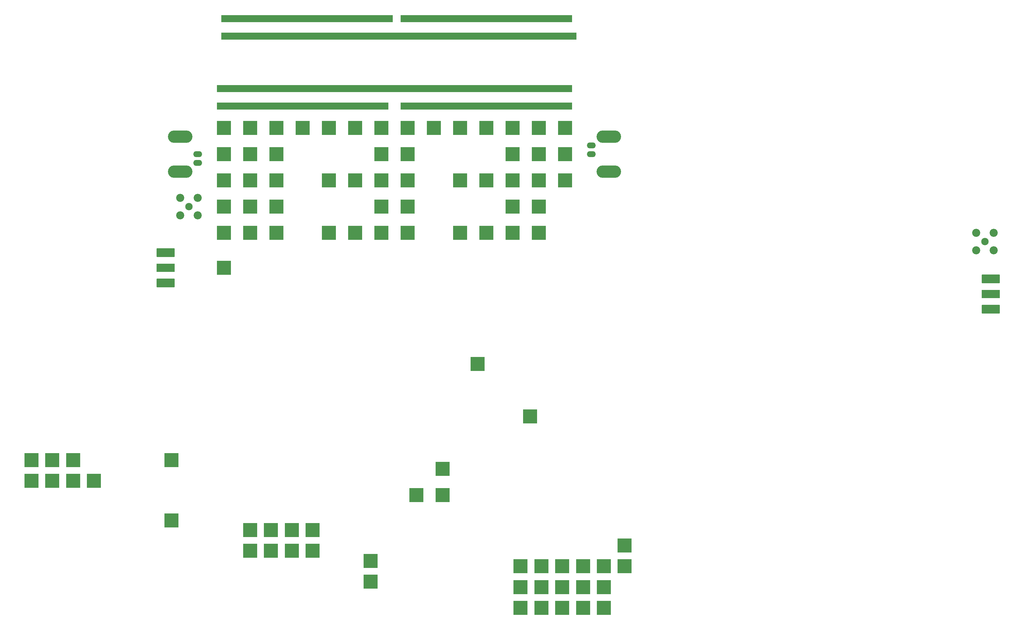
<source format=gbr>
G04 #@! TF.GenerationSoftware,KiCad,Pcbnew,(6.0.8-1)-1*
G04 #@! TF.CreationDate,2022-11-23T20:34:25+02:00*
G04 #@! TF.ProjectId,Proto Board RF v2-0,50726f74-6f20-4426-9f61-726420524620,rev?*
G04 #@! TF.SameCoordinates,Original*
G04 #@! TF.FileFunction,Soldermask,Top*
G04 #@! TF.FilePolarity,Negative*
%FSLAX46Y46*%
G04 Gerber Fmt 4.6, Leading zero omitted, Abs format (unit mm)*
G04 Created by KiCad (PCBNEW (6.0.8-1)-1) date 2022-11-23 20:34:25*
%MOMM*%
%LPD*%
G01*
G04 APERTURE LIST*
G04 Aperture macros list*
%AMRoundRect*
0 Rectangle with rounded corners*
0 $1 Rounding radius*
0 $2 $3 $4 $5 $6 $7 $8 $9 X,Y pos of 4 corners*
0 Add a 4 corners polygon primitive as box body*
4,1,4,$2,$3,$4,$5,$6,$7,$8,$9,$2,$3,0*
0 Add four circle primitives for the rounded corners*
1,1,$1+$1,$2,$3*
1,1,$1+$1,$4,$5*
1,1,$1+$1,$6,$7*
1,1,$1+$1,$8,$9*
0 Add four rect primitives between the rounded corners*
20,1,$1+$1,$2,$3,$4,$5,0*
20,1,$1+$1,$4,$5,$6,$7,0*
20,1,$1+$1,$6,$7,$8,$9,0*
20,1,$1+$1,$8,$9,$2,$3,0*%
G04 Aperture macros list end*
%ADD10O,2.602000X1.702000*%
%ADD11O,7.102000X3.602000*%
%ADD12C,2.152000*%
%ADD13C,2.352000*%
%ADD14RoundRect,0.051000X2.540000X1.145000X-2.540000X1.145000X-2.540000X-1.145000X2.540000X-1.145000X0*%
%ADD15RoundRect,0.051000X2.540000X1.210000X-2.540000X1.210000X-2.540000X-1.210000X2.540000X-1.210000X0*%
%ADD16RoundRect,0.051000X-2.540000X-1.145000X2.540000X-1.145000X2.540000X1.145000X-2.540000X1.145000X0*%
%ADD17RoundRect,0.051000X-2.540000X-1.210000X2.540000X-1.210000X2.540000X1.210000X-2.540000X1.210000X0*%
%ADD18RoundRect,0.051000X-2.000000X-2.000000X2.000000X-2.000000X2.000000X2.000000X-2.000000X2.000000X0*%
%ADD19RoundRect,0.051000X-24.860000X-1.000000X24.860000X-1.000000X24.860000X1.000000X-24.860000X1.000000X0*%
%ADD20RoundRect,0.051000X-51.530000X-1.000000X51.530000X-1.000000X51.530000X1.000000X-51.530000X1.000000X0*%
G04 APERTURE END LIST*
D10*
X198120000Y-91440000D03*
D11*
X203200000Y-96520000D03*
X203200000Y-86360000D03*
D10*
X198120000Y-88900000D03*
X83820000Y-91440000D03*
X83820000Y-93980000D03*
D11*
X78740000Y-96520000D03*
X78740000Y-86360000D03*
D12*
X312420000Y-116840000D03*
D13*
X309880000Y-119380000D03*
X314960000Y-119380000D03*
X309880000Y-114300000D03*
X314960000Y-114300000D03*
D12*
X81280000Y-106680000D03*
D13*
X78740000Y-109220000D03*
X78740000Y-104140000D03*
X83820000Y-109220000D03*
X83820000Y-104140000D03*
D14*
X314140000Y-132080000D03*
D15*
X314140000Y-127700000D03*
X314140000Y-136460000D03*
D16*
X74480000Y-124460000D03*
D17*
X74480000Y-120080000D03*
X74480000Y-128840000D03*
D18*
X190500000Y-91440000D03*
X91440000Y-91440000D03*
X165100000Y-152400000D03*
X91440000Y-106680000D03*
X180340000Y-167640000D03*
X91440000Y-124460000D03*
X106680000Y-106680000D03*
X106680000Y-114300000D03*
X91440000Y-114300000D03*
X99060000Y-106680000D03*
X137160000Y-106680000D03*
X137160000Y-91440000D03*
X154940000Y-190500000D03*
X137160000Y-114300000D03*
X144780000Y-114300000D03*
X167640000Y-99060000D03*
X154940000Y-182880000D03*
X175260000Y-106680000D03*
X182880000Y-106680000D03*
X129540000Y-99060000D03*
X137160000Y-99060000D03*
X76200000Y-197890000D03*
X167640000Y-114300000D03*
X182880000Y-114300000D03*
X190500000Y-83820000D03*
X91440000Y-83820000D03*
X144780000Y-91440000D03*
X175260000Y-114300000D03*
X134020000Y-209620000D03*
X99060000Y-83820000D03*
X152400000Y-83820000D03*
X114300000Y-83820000D03*
X144780000Y-99060000D03*
X134020000Y-215670000D03*
X99060000Y-91440000D03*
X106680000Y-83820000D03*
X160020000Y-83820000D03*
X121920000Y-83820000D03*
X144780000Y-106680000D03*
X99060000Y-99060000D03*
X106680000Y-91440000D03*
X177570000Y-211190000D03*
X167640000Y-83820000D03*
X129540000Y-83820000D03*
X175260000Y-91440000D03*
X106680000Y-99060000D03*
X177570000Y-217240000D03*
X183620000Y-211190000D03*
X175260000Y-83820000D03*
X137160000Y-83820000D03*
X175260000Y-99060000D03*
X177570000Y-223290000D03*
X183620000Y-217240000D03*
X189670000Y-211190000D03*
X182880000Y-83820000D03*
X144780000Y-83820000D03*
X182880000Y-91440000D03*
X183620000Y-223290000D03*
X189670000Y-217240000D03*
X195720000Y-211190000D03*
X190500000Y-99060000D03*
X182880000Y-99060000D03*
X189670000Y-223290000D03*
X195720000Y-217240000D03*
X201770000Y-211190000D03*
X207820000Y-205140000D03*
X195720000Y-223290000D03*
X201770000Y-217240000D03*
X207820000Y-211190000D03*
X201770000Y-223290000D03*
X121920000Y-114300000D03*
X160020000Y-99060000D03*
X121920000Y-99060000D03*
X76200000Y-180340000D03*
X99060000Y-114300000D03*
X129540000Y-114300000D03*
X147320000Y-190500000D03*
X91440000Y-99060000D03*
X35560000Y-180340000D03*
X35560000Y-186390000D03*
X41610000Y-180340000D03*
X41610000Y-186390000D03*
X47660000Y-180340000D03*
X47660000Y-186390000D03*
X160020000Y-114300000D03*
X53710000Y-186390000D03*
D19*
X167640000Y-77470000D03*
X114300000Y-77470000D03*
D18*
X99060000Y-200660000D03*
X99060000Y-206710000D03*
X105110000Y-200660000D03*
X105110000Y-206710000D03*
X111160000Y-200660000D03*
X111160000Y-206710000D03*
X117210000Y-200660000D03*
X117210000Y-206710000D03*
D19*
X115570000Y-52070000D03*
X167640000Y-52070000D03*
D20*
X140970000Y-72390000D03*
X142240000Y-57150000D03*
M02*

</source>
